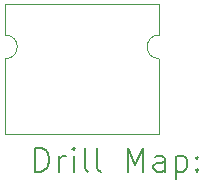
<source format=gbr>
%FSLAX45Y45*%
G04 Gerber Fmt 4.5, Leading zero omitted, Abs format (unit mm)*
G04 Created by KiCad (PCBNEW 6.0.4-6f826c9f35~116~ubuntu18.04.1) date 2022-05-30 12:35:18*
%MOMM*%
%LPD*%
G01*
G04 APERTURE LIST*
%TA.AperFunction,Profile*%
%ADD10C,0.100000*%
%TD*%
%ADD11C,0.200000*%
G04 APERTURE END LIST*
D10*
X14100000Y-7010000D02*
X14100000Y-7650000D01*
X12800000Y-7010000D02*
X12800000Y-7650000D01*
X14100000Y-6810000D02*
G75*
G03*
X14100000Y-7010000I0J-100000D01*
G01*
X12800000Y-7010000D02*
G75*
G03*
X12800000Y-6810000I0J100000D01*
G01*
X14100000Y-6810000D02*
X14100000Y-6550000D01*
X12800000Y-7650000D02*
X14100000Y-7650000D01*
X14100000Y-6550000D02*
X12800000Y-6550000D01*
X12800000Y-6810000D02*
X12800000Y-6550000D01*
D11*
X13052619Y-7965476D02*
X13052619Y-7765476D01*
X13100238Y-7765476D01*
X13128809Y-7775000D01*
X13147857Y-7794048D01*
X13157381Y-7813095D01*
X13166905Y-7851190D01*
X13166905Y-7879762D01*
X13157381Y-7917857D01*
X13147857Y-7936905D01*
X13128809Y-7955952D01*
X13100238Y-7965476D01*
X13052619Y-7965476D01*
X13252619Y-7965476D02*
X13252619Y-7832143D01*
X13252619Y-7870238D02*
X13262143Y-7851190D01*
X13271667Y-7841667D01*
X13290714Y-7832143D01*
X13309762Y-7832143D01*
X13376428Y-7965476D02*
X13376428Y-7832143D01*
X13376428Y-7765476D02*
X13366905Y-7775000D01*
X13376428Y-7784524D01*
X13385952Y-7775000D01*
X13376428Y-7765476D01*
X13376428Y-7784524D01*
X13500238Y-7965476D02*
X13481190Y-7955952D01*
X13471667Y-7936905D01*
X13471667Y-7765476D01*
X13605000Y-7965476D02*
X13585952Y-7955952D01*
X13576428Y-7936905D01*
X13576428Y-7765476D01*
X13833571Y-7965476D02*
X13833571Y-7765476D01*
X13900238Y-7908333D01*
X13966905Y-7765476D01*
X13966905Y-7965476D01*
X14147857Y-7965476D02*
X14147857Y-7860714D01*
X14138333Y-7841667D01*
X14119286Y-7832143D01*
X14081190Y-7832143D01*
X14062143Y-7841667D01*
X14147857Y-7955952D02*
X14128809Y-7965476D01*
X14081190Y-7965476D01*
X14062143Y-7955952D01*
X14052619Y-7936905D01*
X14052619Y-7917857D01*
X14062143Y-7898809D01*
X14081190Y-7889286D01*
X14128809Y-7889286D01*
X14147857Y-7879762D01*
X14243095Y-7832143D02*
X14243095Y-8032143D01*
X14243095Y-7841667D02*
X14262143Y-7832143D01*
X14300238Y-7832143D01*
X14319286Y-7841667D01*
X14328809Y-7851190D01*
X14338333Y-7870238D01*
X14338333Y-7927381D01*
X14328809Y-7946428D01*
X14319286Y-7955952D01*
X14300238Y-7965476D01*
X14262143Y-7965476D01*
X14243095Y-7955952D01*
X14424048Y-7946428D02*
X14433571Y-7955952D01*
X14424048Y-7965476D01*
X14414524Y-7955952D01*
X14424048Y-7946428D01*
X14424048Y-7965476D01*
X14424048Y-7841667D02*
X14433571Y-7851190D01*
X14424048Y-7860714D01*
X14414524Y-7851190D01*
X14424048Y-7841667D01*
X14424048Y-7860714D01*
M02*

</source>
